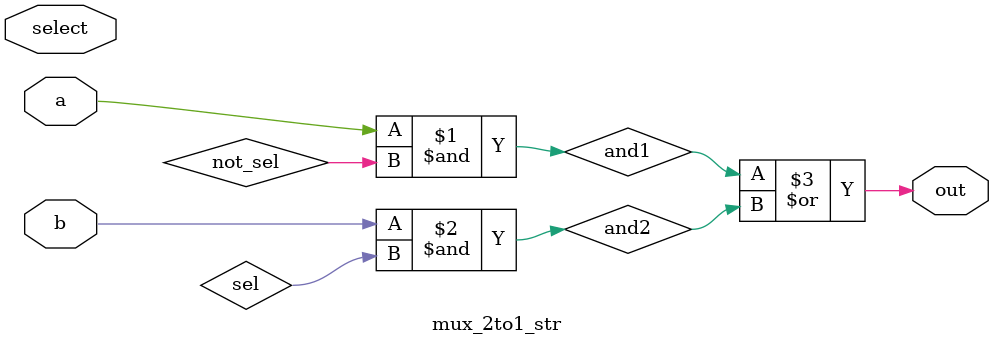
<source format=v>

module mux_2to1_str(

    input a,
    input b,
    input select,
    output out

    );

wire not_select , and1 , and2 ;

not u1( not_select , select );
and u2( and1 , a , not_sel );
and u3( and2 , b , sel );
or  u4(out , and1 , and2 );

endmodule
</source>
